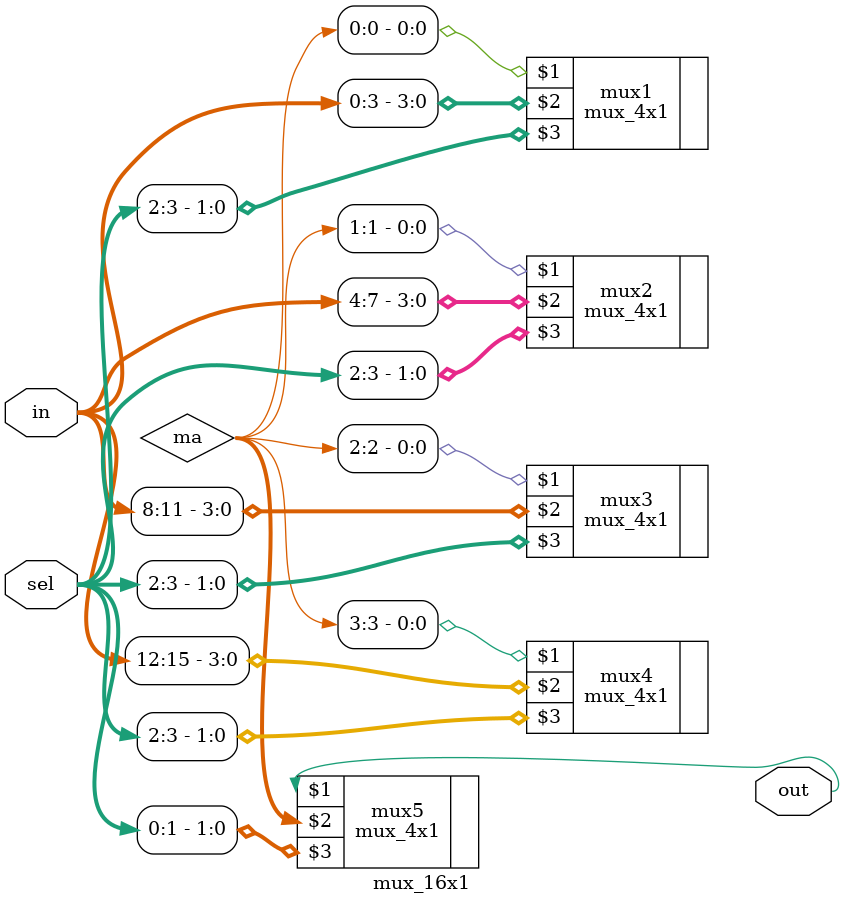
<source format=v>
`include "\mux_4x1.v"
module mux_16x1(out, in, sel);
	input [0:15] in;
	input [0:3] sel;
	output out;
	wire [0:3] ma;
	
	mux_4x1 mux1(ma[0],in[0:3],sel[2:3]);
	mux_4x1 mux2(ma[1],in[4:7],sel[2:3]);
	mux_4x1 mux3(ma[2],in[8:11],sel[2:3]);
	mux_4x1 mux4(ma[3],in[12:15],sel[2:3]);
	mux_4x1 mux5(out,ma,sel[0:1]);

endmodule
</source>
